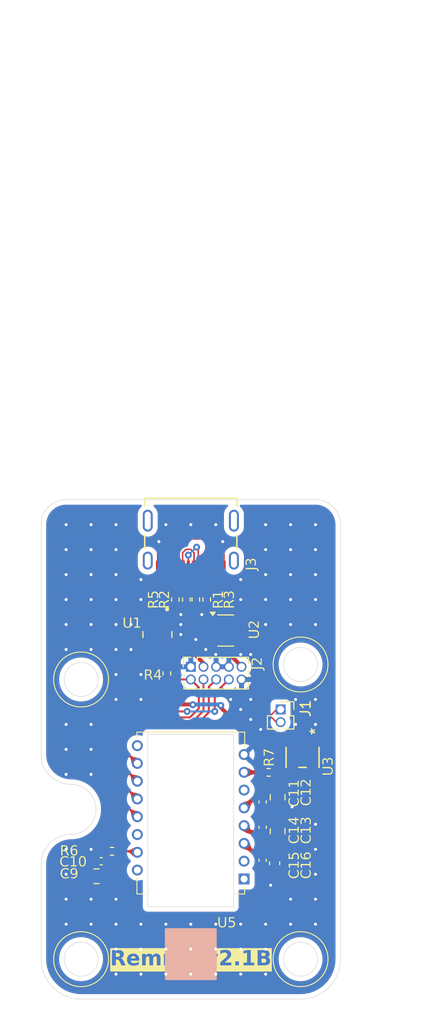
<source format=kicad_pcb>
(kicad_pcb (version 20240108) (generator "pcbnew") (generator_version "8.0")
  (layers (0 "F.Cu" signal "Front") (31 "B.Cu" signal "Back") (34 "B.Paste" user) (35 "F.Paste" user) (36 "B.SilkS" user "B.Silkscreen") (37 "F.SilkS" user "F.Silkscreen") (38 "B.Mask" user) (39 "F.Mask" user) (44 "Edge.Cuts" user))
  (net 0 "")
  (net 1 "GND")
  (net 2 "+1.9V")
  (net 3 "+3.3V")
  (net 4 "Net-(U5-VDDPIX)")
  (net 5 "+5V")
  (net 6 "Net-(J2-Pin_10)")
  (net 7 "Net-(J2-Pin_7)")
  (net 8 "Net-(J2-Pin_8)")
  (net 9 "Net-(J2-Pin_9)")
  (net 10 "Net-(U5-LED_P)")
  (net 11 "Net-(U5-NRESET)")
  (net 19 "Net-(J3-D--PadA7)")
  (net 20 "Net-(J1-Pin_2)")
  (net 21 "Net-(J1-Pin_1)")
  (net 22 "Net-(J3-D+-PadA6)")
  (net 23 "Net-(J3-CC1)")
  (net 24 "Net-(J3-CC2)")
  (net 25 "Net-(R1-Pad1)")
  (net 26 "Net-(R2-Pad1)")
  (footprint "Capacitor_SMD:C_0805_2012Metric" (layer "F.Cu") (at 105.550001 137.7)
    (property "Reference" "C9" (at -2.750001 -0.2 0) (layer "F.SilkS") (effects (font (thickness 0.1))))
    (property "Value" "10u")
    (fp_line (start -0.261253 -0.735) (end 0.261253 -0.735) (stroke (width 0.12)) (layer "F.SilkS"))
    (fp_line (start -0.261253 0.735) (end 0.261253 0.735) (stroke (width 0.12)) (layer "F.SilkS"))
    (pad "1" smd roundrect (at -0.949999 0) (size 1 1.45) (layers "F.Cu" "F.Paste" "F.Mask") (net 1 "GND"))
    (pad "2" smd roundrect (at 0.949999 0) (size 1 1.45) (layers "F.Cu" "F.Paste" "F.Mask") (net 2 "+1.9V"))
  )
  (footprint "Imported_FP:DBV5_TEX" (layer "F.Cu") (at 126.2 125.8 -90)
    (property "Reference" "U3" (at 0.9 -2.6 90) (layer "F.SilkS") (effects (font (thickness 0.1))))
    (property "Value" "TPS73219DBVT")
    (fp_line (start -1.0033 1.651) (end 1.0033 1.651) (stroke (width 0.1524)) (layer "F.SilkS"))
    (fp_line (start 1.0033 0.363261) (end 1.0033 -0.363261) (stroke (width 0.1524)) (layer "F.SilkS"))
    (fp_line (start 1.0033 -1.651) (end -1.0033 -1.651) (stroke (width 0.1524)) (layer "F.SilkS"))
    (fp_text user "*" (at -2.6 -1.3 90) (layer "F.SilkS"))
    (pad "1" smd rect (at -1.36525 -0.950001 270) (size 0.9779 0.508) (layers "F.Cu" "F.Paste" "F.Mask") (net 3 "+3.3V"))
    (pad "2" smd rect (at -1.365251 0 270) (size 0.9779 0.508) (layers "F.Cu" "F.Paste" "F.Mask") (net 1 "GND"))
    (pad "3" smd rect (at -1.36525 0.950001 270) (size 0.9779 0.508) (layers "F.Cu" "F.Paste" "F.Mask") (net 3 "+3.3V"))
    (pad "4" smd rect (at 1.36525 0.950001 270) (size 0.9779 0.508) (layers "F.Cu" "F.Paste" "F.Mask"))
    (pad "5" smd rect (at 1.36525 -0.950001 270) (size 0.9779 0.508) (layers "F.Cu" "F.Paste" "F.Mask") (net 2 "+1.9V"))
  )
  (footprint "Custom_FP:PinSocket_2x05_P1.27mm_Vertical_CW" (layer "F.Cu") (at 115 116.729999 90)
    (property "Reference" "J2" (at 0.329999 6.7 -90) (layer "F.SilkS") (effects (font (thickness 0.1))))
    (property "Value" "Conn_02x05_Counter_Clockwise")
    (fp_line (start 0.95 -0.76) (end 0.949999 0) (stroke (width 0.12)) (layer "F.SilkS"))
    (fp_line (start 0 -0.76) (end 0.95 -0.76) (stroke (width 0.12)) (layer "F.SilkS"))
    (fp_line (start -0.96247 -0.695) (end -0.76 -0.695) (stroke (width 0.12)) (layer "F.SilkS"))
    (fp_line (start -2.22 -0.695) (end -1.57753 -0.695) (stroke (width 0.12)) (layer "F.SilkS"))
    (fp_line (start -2.22 -0.695) (end -2.22 5.775) (stroke (width 0.12)) (layer "F.SilkS"))
    (fp_line (start 0.95 0.635) (end 0.95 5.775) (stroke (width 0.12)) (layer "F.SilkS"))
    (fp_line (start 0.76 0.635) (end 0.95 0.635) (stroke (width 0.12)) (layer "F.SilkS"))
    (fp_line (start 0.30753 5.775) (end 0.95 5.775) (stroke (width 0.12)) (layer "F.SilkS"))
    (fp_line (start -0.96247 5.775) (end -0.30753 5.775) (stroke (width 0.12)) (layer "F.SilkS"))
    (fp_line (start -2.22 5.775) (end -1.57753 5.775) (stroke (width 0.12)) (layer "F.SilkS"))
    (pad "1" thru_hole rect (at 0 0 90) (size 1 1) (drill 0.7) (layers "*.Cu" "*.Mask") (net 1 "GND"))
    (pad "2" thru_hole oval (at 0 1.270001 90) (size 1 1) (drill 0.7) (layers "*.Cu" "*.Mask") (net 3 "+3.3V"))
    (pad "3" thru_hole oval (at 0 2.54 90) (size 1 1) (drill 0.7) (layers "*.Cu" "*.Mask") (net 1 "GND"))
    (pad "4" thru_hole oval (at 0 3.81 90) (size 1 1) (drill 0.7) (layers "*.Cu" "*.Mask") (net 1 "GND"))
    (pad "5" thru_hole oval (at 0 5.079999 90) (size 1 1) (drill 0.7) (layers "*.Cu" "*.Mask") (net 5 "+5V"))
    (pad "6" thru_hole oval (at -1.27 5.08 90) (size 1 1) (drill 0.7) (layers "*.Cu" "*.Mask") (net 1 "GND"))
    (pad "7" thru_hole oval (at -1.27 3.81 90) (size 1 1) (drill 0.7) (layers "*.Cu" "*.Mask") (net 7 "Net-(J2-Pin_7)"))
    (pad "8" thru_hole oval (at -1.27 2.54 90) (size 1 1) (drill 0.7) (layers "*.Cu" "*.Mask") (net 8 "Net-(J2-Pin_8)"))
    (pad "9" thru_hole oval (at -1.27 1.27 90) (size 1 1) (drill 0.7) (layers "*.Cu" "*.Mask") (net 9 "Net-(J2-Pin_9)"))
    (pad "10" thru_hole oval (at -1.270001 0 90) (size 1 1) (drill 0.7) (layers "*.Cu" "*.Mask") (net 6 "Net-(J2-Pin_10)"))
  )
  (footprint "Capacitor_SMD:C_0402_1005Metric" (layer "F.Cu") (at 106.02 136.2 180)
    (property "Reference" "C10" (at 2.82 -0.1 0) (layer "F.SilkS") (effects (font (thickness 0.1))))
    (property "Value" "0.1u")
    (fp_line (start -0.107836 0.36) (end 0.107836 0.36) (stroke (width 0.12)) (layer "F.SilkS"))
    (fp_line (start -0.107836 -0.36) (end 0.107836 -0.36) (stroke (width 0.12)) (layer "F.SilkS"))
    (pad "1" smd roundrect (at -0.48 0 180) (size 0.56 0.62) (layers "F.Cu" "F.Paste" "F.Mask") (net 2 "+1.9V"))
    (pad "2" smd roundrect (at 0.48 0 180) (size 0.56 0.62) (layers "F.Cu" "F.Paste" "F.Mask") (net 1 "GND"))
  )
  (footprint "Resistor_SMD:R_0402_1005Metric_Pad0.72x0.64mm_HandSolder" (layer "F.Cu") (at 116.6 110 90)
    (property "Reference" "R3" (at 0 2.3 90) (layer "F.SilkS") (effects (font (thickness 0.1))))
    (property "Value" "5.1k")
    (fp_line (start -0.167621 -0.380001) (end 0.167621 -0.380001) (stroke (width 0.12)) (layer "F.SilkS"))
    (fp_line (start -0.167621 0.380001) (end 0.167621 0.380001) (stroke (width 0.12)) (layer "F.SilkS"))
    (pad "1" smd roundrect (at -0.5975 0 90) (size 0.715 0.64) (layers "F.Cu" "F.Paste" "F.Mask") (net 1 "GND"))
    (pad "2" smd roundrect (at 0.5975 0 90) (size 0.715 0.64) (layers "F.Cu" "F.Paste" "F.Mask") (net 23 "Net-(J3-CC1)"))
  )
  (footprint "Capacitor_SMD:C_0402_1005Metric" (layer "F.Cu") (at 122.2 136.1 -90)
    (property "Reference" "C15" (at 0.5 -3.2 90) (layer "F.SilkS") (effects (font (thickness 0.1))))
    (property "Value" "0.1u")
    (fp_line (start -0.107836 0.36) (end 0.107836 0.36) (stroke (width 0.12)) (layer "F.SilkS"))
    (fp_line (start -0.107836 -0.36) (end 0.107836 -0.36) (stroke (width 0.12)) (layer "F.SilkS"))
    (pad "1" smd roundrect (at -0.48 0 270) (size 0.56 0.62) (layers "F.Cu" "F.Paste" "F.Mask") (net 4 "Net-(U5-VDDPIX)"))
    (pad "2" smd roundrect (at 0.48 0 270) (size 0.56 0.62) (layers "F.Cu" "F.Paste" "F.Mask") (net 1 "GND"))
  )
  (footprint "Resistor_SMD:R_0402_1005Metric_Pad0.72x0.64mm_HandSolder" (layer "F.Cu") (at 115.5 110 90)
    (property "Reference" "R1" (at 0 2.3 90) (layer "F.SilkS") (effects (font (thickness 0.1))))
    (property "Value" "22")
    (fp_line (start -0.167621 -0.380001) (end 0.167621 -0.380001) (stroke (width 0.12)) (layer "F.SilkS"))
    (fp_line (start -0.167621 0.380001) (end 0.167621 0.380001) (stroke (width 0.12)) (layer "F.SilkS"))
    (pad "1" smd roundrect (at -0.5975 0 90) (size 0.715 0.64) (layers "F.Cu" "F.Paste" "F.Mask") (net 25 "Net-(R1-Pad1)"))
    (pad "2" smd roundrect (at 0.5975 0 90) (size 0.715 0.64) (layers "F.Cu" "F.Paste" "F.Mask") (net 22 "Net-(J3-D+-PadA6)"))
  )
  (footprint "Capacitor_SMD:C_0603_1608Metric" (layer "F.Cu") (at 123.4 136.4 -90)
    (property "Reference" "C16" (at 0.2 -3.2 90) (layer "F.SilkS") (effects (font (thickness 0.1))))
    (property "Value" "4.7u")
    (fp_line (start -0.140581 0.51) (end 0.140581 0.51) (stroke (width 0.12)) (layer "F.SilkS"))
    (fp_line (start -0.140581 -0.51) (end 0.140581 -0.51) (stroke (width 0.12)) (layer "F.SilkS"))
    (pad "1" smd roundrect (at -0.775 0 270) (size 0.9 0.95) (layers "F.Cu" "F.Paste" "F.Mask") (net 4 "Net-(U5-VDDPIX)"))
    (pad "2" smd roundrect (at 0.775 0 270) (size 0.9 0.95) (layers "F.Cu" "F.Paste" "F.Mask") (net 1 "GND"))
  )
  (footprint "Resistor_SMD:R_0402_1005Metric_Pad0.72x0.64mm_HandSolder" (layer "F.Cu") (at 113.45 110 -90)
    (property "Reference" "R5" (at 0 2.15 90) (layer "F.SilkS") (effects (font (thickness 0.1))))
    (property "Value" "5.1k")
    (fp_line (start -0.167621 0.380001) (end 0.167621 0.380001) (stroke (width 0.12)) (layer "F.SilkS"))
    (fp_line (start -0.167621 -0.380001) (end 0.167621 -0.380001) (stroke (width 0.12)) (layer "F.SilkS"))
    (pad "1" smd roundrect (at -0.5975 0 270) (size 0.715 0.64) (layers "F.Cu" "F.Paste" "F.Mask") (net 24 "Net-(J3-CC2)"))
    (pad "2" smd roundrect (at 0.5975 0 270) (size 0.715 0.64) (layers "F.Cu" "F.Paste" "F.Mask") (net 1 "GND"))
  )
  (footprint "Package_TO_SOT_SMD:SOT-23-6" (layer "F.Cu") (at 118.5 113.1)
    (property "Reference" "U2" (at 2.9 -0.1 90) (layer "F.SilkS") (effects (font (thickness 0.1))))
    (property "Value" "USBLC6-2SC6")
    (fp_line (start 0 -1.560001) (end -0.8 -1.56) (stroke (width 0.12)) (layer "F.SilkS"))
    (fp_line (start 0 -1.560001) (end 0.8 -1.56) (stroke (width 0.12)) (layer "F.SilkS"))
    (fp_line (start 0 1.560001) (end -0.8 1.56) (stroke (width 0.12)) (layer "F.SilkS"))
    (fp_line (start 0 1.560001) (end 0.8 1.56) (stroke (width 0.12)) (layer "F.SilkS"))
    (fp_poly (pts (xy -1.3 -1.51) (xy -1.54 -1.84) (xy -1.06 -1.84) (xy -1.3 -1.51)) (stroke (width 0.12)) (fill solid) (layer "F.SilkS"))
    (pad "1" smd roundrect (at -1.1375 -0.949999) (size 1.325 0.6) (layers "F.Cu" "F.Paste" "F.Mask") (net 25 "Net-(R1-Pad1)"))
    (pad "2" smd roundrect (at -1.1375 0) (size 1.325 0.6) (layers "F.Cu" "F.Paste" "F.Mask") (net 1 "GND"))
    (pad "3" smd roundrect (at -1.1375 0.949999) (size 1.325 0.6) (layers "F.Cu" "F.Paste" "F.Mask") (net 26 "Net-(R2-Pad1)"))
    (pad "4" smd roundrect (at 1.1375 0.949999) (size 1.325 0.6) (layers "F.Cu" "F.Paste" "F.Mask") (net 20 "Net-(J1-Pin_2)"))
    (pad "5" smd roundrect (at 1.1375 0) (size 1.325 0.6) (layers "F.Cu" "F.Paste" "F.Mask") (net 5 "+5V"))
    (pad "6" smd roundrect (at 1.1375 -0.949999) (size 1.325 0.6) (layers "F.Cu" "F.Paste" "F.Mask") (net 21 "Net-(J1-Pin_1)"))
  )
  (footprint "Capacitor_SMD:C_0805_2012Metric" (layer "F.Cu") (at 123.7 129.8 -90)
    (property "Reference" "C12" (at -0.5 -2.9 90) (layer "F.SilkS") (effects (font (thickness 0.1))))
    (property "Value" "10u")
    (fp_line (start -0.261253 0.735) (end 0.261253 0.735) (stroke (width 0.12)) (layer "F.SilkS"))
    (fp_line (start -0.261253 -0.735) (end 0.261253 -0.735) (stroke (width 0.12)) (layer "F.SilkS"))
    (pad "1" smd roundrect (at -0.949999 0 270) (size 1 1.45) (layers "F.Cu" "F.Paste" "F.Mask") (net 3 "+3.3V"))
    (pad "2" smd roundrect (at 0.949999 0 270) (size 1 1.45) (layers "F.Cu" "F.Paste" "F.Mask") (net 1 "GND"))
  )
  (footprint "Resistor_SMD:R_0402_1005Metric_Pad0.72x0.64mm_HandSolder" (layer "F.Cu") (at 122.8 127.3 180)
    (property "Reference" "R7" (at -0.1 1.5 90) (layer "F.SilkS") (effects (font (thickness 0.1))))
    (property "Value" "10k")
    (fp_line (start -0.167621 0.380001) (end 0.167621 0.380001) (stroke (width 0.12)) (layer "F.SilkS"))
    (fp_line (start -0.167621 -0.380001) (end 0.167621 -0.380001) (stroke (width 0.12)) (layer "F.SilkS"))
    (pad "1" smd roundrect (at -0.5975 0 180) (size 0.715 0.64) (layers "F.Cu" "F.Paste" "F.Mask") (net 3 "+3.3V"))
    (pad "2" smd roundrect (at 0.5975 0 180) (size 0.715 0.64) (layers "F.Cu" "F.Paste" "F.Mask") (net 11 "Net-(U5-NRESET)"))
  )
  (footprint "Connector_PinSocket_1.27mm:PinSocket_1x02_P1.27mm_Vertical" (layer "F.Cu") (at 124 121)
    (property "Reference" "J1" (at 2.5 -0.1 90) (layer "F.SilkS"))
    (property "Value" "Conn_01x02")
    (fp_line (start -1.33 0.635) (end -1.33 1.965) (stroke (width 0.12)) (layer "F.SilkS"))
    (fp_line (start -1.33 0.635) (end -0.76 0.635) (stroke (width 0.12)) (layer "F.SilkS"))
    (fp_line (start -1.33 1.965) (end -0.30753 1.965) (stroke (width 0.12)) (layer "F.SilkS"))
    (fp_line (start 0 -0.76) (end 1.33 -0.76) (stroke (width 0.12)) (layer "F.SilkS"))
    (fp_line (start 0.30753 1.965) (end 1.33 1.965) (stroke (width 0.12)) (layer "F.SilkS"))
    (fp_line (start 0.76 0.635) (end 1.33 0.635) (stroke (width 0.12)) (layer "F.SilkS"))
    (fp_line (start 1.33 -0.76) (end 1.33 0) (stroke (width 0.12)) (layer "F.SilkS"))
    (fp_line (start 1.33 0.635) (end 1.33 1.965) (stroke (width 0.12)) (layer "F.SilkS"))
    (pad "1" thru_hole rect (at 0 0) (size 1 1) (drill 0.7) (layers "*.Cu" "*.Mask") (net 21 "Net-(J1-Pin_1)"))
    (pad "2" thru_hole oval (at 0 1.270001) (size 1 1) (drill 0.7) (layers "*.Cu" "*.Mask") (net 20 "Net-(J1-Pin_2)"))
  )
  (footprint "Capacitor_SMD:C_0805_2012Metric" (layer "F.Cu") (at 123.7 133.2 90)
    (property "Reference" "C13" (at 0.1 2.9 90) (layer "F.SilkS") (effects (font (thickness 0.1))))
    (property "Value" "10u")
    (fp_line (start -0.261253 -0.735) (end 0.261253 -0.735) (stroke (width 0.12)) (layer "F.SilkS"))
    (fp_line (start -0.261253 0.735) (end 0.261253 0.735) (stroke (width 0.12)) (layer "F.SilkS"))
    (pad "1" smd roundrect (at -0.949999 0 90) (size 1 1.45) (layers "F.Cu" "F.Paste" "F.Mask") (net 2 "+1.9V"))
    (pad "2" smd roundrect (at 0.949999 0 90) (size 1 1.45) (layers "F.Cu" "F.Paste" "F.Mask") (net 1 "GND"))
  )
  (footprint "Capacitor_SMD:C_0402_1005Metric" (layer "F.Cu") (at 122.2 130.27 -90)
    (property "Reference" "C11" (at -0.87 -3.2 90) (layer "F.SilkS") (effects (font (thickness 0.1))))
    (property "Value" "0.1u")
    (fp_line (start -0.107836 0.36) (end 0.107836 0.36) (stroke (width 0.12)) (layer "F.SilkS"))
    (fp_line (start -0.107836 -0.36) (end 0.107836 -0.36) (stroke (width 0.12)) (layer "F.SilkS"))
    (pad "1" smd roundrect (at -0.48 0 270) (size 0.56 0.62) (layers "F.Cu" "F.Paste" "F.Mask") (net 3 "+3.3V"))
    (pad "2" smd roundrect (at 0.48 0 270) (size 0.56 0.62) (layers "F.Cu" "F.Paste" "F.Mask") (net 1 "GND"))
  )
  (footprint "Resistor_SMD:R_0402_1005Metric_Pad0.72x0.64mm_HandSolder" (layer "F.Cu") (at 112.6 117.4 -90)
    (property "Reference" "R4" (at 0.2 1.4 180) (layer "F.SilkS") (effects (font (thickness 0.1))))
    (property "Value" "10k")
    (fp_line (start -0.167621 0.380001) (end 0.167621 0.380001) (stroke (width 0.12)) (layer "F.SilkS"))
    (fp_line (start -0.167621 -0.380001) (end 0.167621 -0.380001) (stroke (width 0.12)) (layer "F.SilkS"))
    (pad "1" smd roundrect (at -0.5975 0 270) (size 0.715 0.64) (layers "F.Cu" "F.Paste" "F.Mask") (net 3 "+3.3V"))
    (pad "2" smd roundrect (at 0.5975 0 270) (size 0.715 0.64) (layers "F.Cu" "F.Paste" "F.Mask") (net 6 "Net-(J2-Pin_10)"))
  )
  (footprint "Custom_FP:PMW3360DM-T2QU" (layer "F.Cu") (at 120.34 137.9725 -90)
    (property "Reference" "U5" (at 4.4275 1.74 0) (layer "F.SilkS") (effects (font (thickness 0.1))))
    (property "Value" "PMW3360DM-T2QU")
    (fp_line (start -14.7 10.74) (end -14.2 10.74) (stroke (width 0.1)) (layer "F.SilkS"))
    (fp_line (start -0.1 10.74) (end 1.5 10.74) (stroke (width 0.1)) (layer "F.SilkS"))
    (fp_line (start 1.5 10.74) (end 1.5 9.84) (stroke (width 0.1)) (layer "F.SilkS"))
    (fp_line (start -14.7 -0.06) (end -14.7 10.74) (stroke (width 0.1)) (layer "F.SilkS"))
    (fp_line (start -13.3 -0.06) (end -14.7 -0.06) (stroke (width 0.1)) (layer "F.SilkS"))
    (fp_line (start 1.5 -0.06) (end 1.5 0.84) (stroke (width 0.1)) (layer "F.SilkS"))
    (fp_line (start 1.5 -0.06) (end 0.8 -0.06) (stroke (width 0.1)) (layer "F.SilkS"))
    (fp_line (start -14.48 9.65) (end 2.78 9.65) (stroke (width 0.05)) (layer "Edge.Cuts"))
    (fp_line (start 2.78 9.65) (end 2.78 1.05) (stroke (width 0.05)) (layer "Edge.Cuts"))
    (fp_line (start -14.48 1.05) (end -14.48 9.65) (stroke (width 0.05)) (layer "Edge.Cuts"))
    (fp_line (start 2.78 1.05) (end -14.48 1.05) (stroke (width 0.05)) (layer "Edge.Cuts"))
    (pad "1" thru_hole rect (at 0 0 270) (size 1.1 1.1) (drill 0.7) (layers "*.Cu" "*.Mask"))
    (pad "2" thru_hole circle (at -1.78 0 270) (size 1.1 1.1) (drill 0.7) (layers "*.Cu" "*.Mask"))
    (pad "3" thru_hole circle (at -3.56 0 270) (size 1.1 1.1) (drill 0.7) (layers "*.Cu" "*.Mask") (net 4 "Net-(U5-VDDPIX)"))
    (pad "4" thru_hole circle (at -5.34 0 270) (size 1.1 1.1) (drill 0.7) (layers "*.Cu" "*.Mask") (net 2 "+1.9V"))
    (pad "5" thru_hole circle (at -7.12 0 270) (size 1.1 1.1) (drill 0.7) (layers "*.Cu" "*.Mask") (net 3 "+3.3V"))
    (pad "6" thru_hole circle (at -8.9 0 270) (size 1.1 1.1) (drill 0.7) (layers "*.Cu" "*.Mask"))
    (pad "7" thru_hole circle (at -10.68 0 270) (size 1.1 1.1) (drill 0.7) (layers "*.Cu" "*.Mask") (net 11 "Net-(U5-NRESET)"))
    (pad "8" thru_hole circle (at -12.46 0 270) (size 1.1 1.1) (drill 0.7) (layers "*.Cu" "*.Mask") (net 1 "GND"))
    (pad "9" thru_hole circle (at -13.35 10.7 270) (size 1.1 1.1) (drill 0.7) (layers "*.Cu" "*.Mask"))
    (pad "10" thru_hole circle (at -11.57 10.7 270) (size 1.1 1.1) (drill 0.7) (layers "*.Cu" "*.Mask") (net 8 "Net-(J2-Pin_8)"))
    (pad "11" thru_hole circle (at -9.79 10.7 270) (size 1.1 1.1) (drill 0.7) (layers "*.Cu" "*.Mask") (net 9 "Net-(J2-Pin_9)"))
    (pad "12" thru_hole circle (at -8.01 10.7 270) (size 1.1 1.1) (drill 0.7) (layers "*.Cu" "*.Mask") (net 6 "Net-(J2-Pin_10)"))
    (pad "13" thru_hole circle (at -6.23 10.7 270) (size 1.1 1.1) (drill 0.7) (layers "*.Cu" "*.Mask") (net 7 "Net-(J2-Pin_7)"))
    (pad "14" thru_hole circle (at -4.45 10.7 270) (size 1.1 1.1) (drill 0.7) (layers "*.Cu" "*.Mask"))
    (pad "15" thru_hole circle (at -2.67 10.7 270) (size 1.1 1.1) (drill 0.7) (layers "*.Cu" "*.Mask") (net 10 "Net-(U5-LED_P)"))
    (pad "16" thru_hole circle (at -0.89 10.7 270) (size 1.1 1.1) (drill 0.7) (layers "*.Cu" "*.Mask"))
  )
  (footprint "Imported_FP:SOT95P280X145-5N" (layer "F.Cu") (at 111.650001 113.505 -90)
    (property "Reference" "U1" (at -1.105 2.550001 180) (layer "F.SilkS") (effects (font (thickness 0.1))))
    (property "Value" "AP2112K-3.3TRG1")
    (fp_line (start -0.3 1.45) (end 0.3 1.45) (stroke (width 0.127)) (layer "F.SilkS"))
    (fp_line (start -0.3 -1.45) (end 0.3 -1.45) (stroke (width 0.127)) (layer "F.SilkS"))
    (fp_circle (center -2.525001 -0.975) (end -2.425 -0.975) (stroke (width 0.2)) (fill none) (layer "F.SilkS"))
    (pad "1" smd roundrect (at -1.255 -0.949999 270) (size 1.21 0.59) (layers "F.Cu" "F.Paste" "F.Mask") (roundrect_rratio 0.125) (net 5 "+5V"))
    (pad "2" smd roundrect (at -1.255 0 270) (size 1.21 0.59) (layers "F.Cu" "F.Paste" "F.Mask") (roundrect_rratio 0.125) (net 1 "GND"))
    (pad "3" smd roundrect (at -1.255 0.949999 270) (size 1.21 0.59) (layers "F.Cu" "F.Paste" "F.Mask") (roundrect_rratio 0.125) (net 5 "+5V"))
    (pad "4" smd roundrect (at 1.255 0.949999 270) (size 1.21 0.59) (layers "F.Cu" "F.Paste" "F.Mask") (roundrect_rratio 0.125))
    (pad "5" smd roundrect (at 1.255 -0.949999 270) (size 1.21 0.59) (layers "F.Cu" "F.Paste" "F.Mask") (roundrect_rratio 0.125) (net 3 "+3.3V"))
  )
  (footprint "Imported_FP:USB-C_16+8_dummy_SMD" (layer "F.Cu") (at 115 103.25 180)
    (property "Reference" "J3" (at -6.1 -3.2 -90) (layer "F.SilkS"))
    (property "Value" "USB_C_Receptacle_USB2.0_14P")
    (fp_line (start 4.62 3.4) (end -4.62 3.4) (stroke (width 0.15)) (layer "F.SilkS"))
    (fp_line (start 4.62 2.57) (end 4.62 3.4) (stroke (width 0.15)) (layer "F.SilkS"))
    (fp_line (start 4.62 -1.63) (end 4.62 -0.27) (stroke (width 0.15)) (layer "F.SilkS"))
    (fp_line (start -4.62 3.4) (end -4.62 2.57) (stroke (width 0.15)) (layer "F.SilkS"))
    (fp_line (start -4.62 -0.27) (end -4.62 -1.63) (stroke (width 0.15)) (layer "F.SilkS"))
    (pad "A1" smd rect (at -3.2 -3.425 180) (size 0.59 1.15) (layers "F.Cu" "F.Paste") (net 1 "GND"))
    (pad "A4" smd rect (at -2.4 -3.425 180) (size 0.59 1.15) (layers "F.Cu" "F.Paste") (net 5 "+5V"))
    (pad "A5" smd rect (at -1.25 -3.425 180) (size 0.298 1.15) (layers "F.Cu" "F.Paste") (net 23 "Net-(J3-CC1)"))
    (pad "A6" smd rect (at -0.25 -3.425 180) (size 0.298 1.15) (layers "F.Cu" "F.Paste") (net 22 "Net-(J3-D+-PadA6)"))
    (pad "A7" smd rect (at 0.25 -3.425 180) (size 0.298 1.15) (layers "F.Cu" "F.Paste") (net 19 "Net-(J3-D--PadA7)"))
    (pad "A8" smd rect (at 1.25 -3.425 180) (size 0.298 1.15) (layers "F.Cu" "F.Paste"))
    (pad "B1" smd rect (at 3.2 -3.425 180) (size 0.59 1.15) (layers "F.Cu" "F.Paste") (net 1 "GND"))
    (pad "B4" smd rect (at 2.4 -3.425 180) (size 0.59 1.15) (layers "F.Cu" "F.Paste") (net 5 "+5V"))
    (pad "B5" smd rect (at 1.75 -3.425 180) (size 0.298 1.15) (layers "F.Cu" "F.Paste") (net 24 "Net-(J3-CC2)"))
    (pad "B6" smd rect (at 0.75 -3.425 180) (size 0.298 1.15) (layers "F.Cu" "F.Paste") (net 22 "Net-(J3-D+-PadA6)"))
    (pad "B7" smd rect (at -0.75 -3.425 180) (size 0.298 1.15) (layers "F.Cu" "F.Paste") (net 19 "Net-(J3-D--PadA7)"))
    (pad "B8" smd rect (at -1.75 -3.425 180) (size 0.298 1.15) (layers "F.Cu" "F.Paste"))
    (pad "SH1" thru_hole oval (at -4.32 1.15 180) (size 1 2.2) (drill oval 0.6 1.8) (layers "*.Cu" "*.Mask"))
    (pad "SH2" thru_hole oval (at 4.32 1.15 180) (size 1 2.2) (drill oval 0.6 1.8) (layers "*.Cu" "*.Mask"))
    (pad "SH3" thru_hole oval (at -4.32 -2.85 180) (size 1 1.8) (drill oval 0.6 1.4) (layers "*.Cu" "*.Mask"))
    (pad "SH4" thru_hole oval (at 4.32 -2.85 180) (size 1 1.8) (drill oval 0.6 1.4) (layers "*.Cu" "*.Mask"))
  )
  (footprint "Resistor_SMD:R_0402_1005Metric_Pad0.72x0.64mm_HandSolder" (layer "F.Cu") (at 107.1 135.2)
    (property "Reference" "R6" (at -4.3 0 180) (layer "F.SilkS") (effects (font (thickness 0.1))))
    (property "Value" "39")
    (fp_line (start -0.167621 -0.380001) (end 0.167621 -0.380001) (stroke (width 0.12)) (layer "F.SilkS"))
    (fp_line (start -0.167621 0.380001) (end 0.167621 0.380001) (stroke (width 0.12)) (layer "F.SilkS"))
    (pad "1" smd roundrect (at -0.5975 0) (size 0.715 0.64) (layers "F.Cu" "F.Paste" "F.Mask") (net 2 "+1.9V"))
    (pad "2" smd roundrect (at 0.5975 0) (size 0.715 0.64) (layers "F.Cu" "F.Paste" "F.Mask") (net 10 "Net-(U5-LED_P)"))
  )
  (footprint "Capacitor_SMD:C_0402_1005Metric" (layer "F.Cu") (at 122.2 132.8 90)
    (property "Reference" "C14" (at -0.3 3.2 90) (layer "F.SilkS") (effects (font (thickness 0.1))))
    (property "Value" "0.1u")
    (fp_line (start -0.107836 -0.36) (end 0.107836 -0.36) (stroke (width 0.12)) (layer "F.SilkS"))
    (fp_line (start -0.107836 0.36) (end 0.107836 0.36) (stroke (width 0.12)) (layer "F.SilkS"))
    (pad "1" smd roundrect (at -0.48 0 90) (size 0.56 0.62) (layers "F.Cu" "F.Paste" "F.Mask") (net 2 "+1.9V"))
    (pad "2" smd roundrect (at 0.48 0 90) (size 0.56 0.62) (layers "F.Cu" "F.Paste" "F.Mask") (net 1 "GND"))
  )
  (footprint "Resistor_SMD:R_0402_1005Metric_Pad0.72x0.64mm_HandSolder" (layer "F.Cu") (at 114.55 110 90)
    (property "Reference" "R2" (at 0 -2.15 90) (layer "F.SilkS") (effects (font (thickness 0.1))))
    (property "Value" "22")
    (fp_line (start -0.167621 -0.380001) (end 0.167621 -0.380001) (stroke (width 0.12)) (layer "F.SilkS"))
    (fp_line (start -0.167621 0.380001) (end 0.167621 0.380001) (stroke (width 0.12)) (layer "F.SilkS"))
    (pad "1" smd roundrect (at -0.5975 0 90) (size 0.715 0.64) (layers "F.Cu" "F.Paste" "F.Mask") (net 26 "Net-(R2-Pad1)"))
    (pad "2" smd roundrect (at 0.5975 0 90) (size 0.715 0.64) (layers "F.Cu" "F.Paste" "F.Mask") (net 19 "Net-(J3-D--PadA7)"))
  )
  (gr_rect (start 112.5 143) (end 117.5 148) (stroke (width 0.2)) (fill solid) (layer "B.SilkS"))
  (gr_circle (center 104 118) (end 106.75 118) (stroke (width 0.1)) (fill none) (layer "F.SilkS"))
  (gr_circle (center 104 146) (end 106.75 146) (stroke (width 0.1)) (fill none) (layer "F.SilkS"))
  (gr_circle (center 126 116.5) (end 128.75 116.5) (stroke (width 0.1)) (fill none) (layer "F.SilkS"))
  (gr_circle (center 126 146) (end 128.75 146) (stroke (width 0.1)) (fill none) (layer "F.SilkS"))
  (gr_line (start 126 150) (end 104 150) (stroke (width 0.05)) (layer "Edge.Cuts"))
  (gr_line (start 100 125.5) (end 100 102.5) (stroke (width 0.05)) (layer "Edge.Cuts"))
  (gr_circle (center 104 118) (end 105.7 118) (stroke (width 0.05)) (fill none) (layer "Edge.Cuts"))
  (gr_arc (start 130 146) (mid 128.828427 148.828427) (end 126 150) (stroke (width 0.05)) (layer "Edge.Cuts"))
  (gr_arc (start 103 128.5) (mid 100.87868 127.62132) (end 100 125.5) (stroke (width 0.05)) (layer "Edge.Cuts"))
  (gr_line (start 100 136.5) (end 100 146) (stroke (width 0.05)) (layer "Edge.Cuts"))
  (gr_arc (start 100 136.5) (mid 100.87868 134.37868) (end 103 133.5) (stroke (width 0.05)) (layer "Edge.Cuts"))
  (gr_line (start 130 102.5) (end 130 146) (stroke (width 0.05)) (layer "Edge.Cuts"))
  (gr_line (start 102.5 100) (end 127.5 100) (stroke (width 0.05)) (layer "Edge.Cuts"))
  (gr_circle (center 126 146) (end 127.7 146) (stroke (width 0.05)) (fill none) (layer "Edge.Cuts"))
  (gr_circle (center 126 116.5) (end 127.7 116.5) (stroke (width 0.05)) (fill none) (layer "Edge.Cuts"))
  (gr_circle (center 104 146) (end 105.7 146) (stroke (width 0.05)) (fill none) (layer "Edge.Cuts"))
  (gr_arc (start 100 102.5) (mid 100.732233 100.732233) (end 102.5 100) (stroke (width 0.05)) (layer "Edge.Cuts"))
  (gr_arc (start 104 150) (mid 101.171573 148.828427) (end 100 146) (stroke (width 0.05)) (layer "Edge.Cuts"))
  (gr_arc (start 127.5 100) (mid 129.267767 100.732233) (end 130 102.5) (stroke (width 0.05)) (layer "Edge.Cuts"))
  (gr_arc (start 103 128.5) (mid 105.5 131) (end 103 133.5) (stroke (width 0.05)) (layer "Edge.Cuts"))
  (gr_text "Remmy v2.1B" (at 115 146 0) (layer "F.SilkS" knockout) (effects (font (size 1.5 1.5) (thickness 0.3) (bold yes))))
  (segment (start 116.6 110.5975) (end 116.6 111) (width 0.2) (layer "F.Cu") (net 1))
  (segment (start 116.6 111) (end 116.1 111.5) (width 0.2) (layer "F.Cu") (net 1))
  (segment (start 117.042341 110.5975) (end 118.275 111.830159) (width 0.2) (layer "F.Cu") (net 1))
  (segment (start 122.2 136.58) (end 122.805 136.58) (width 0.4) (layer "F.Cu") (net 1))
  (segment (start 123.4 138.2) (end 123.4 137.175) (width 1) (layer "F.Cu") (net 1))
  (segment (start 123.7 130.749999) (end 125.149999 130.749999) (width 1) (layer "F.Cu") (net 1))
  (segment (start 123.699999 130.75) (end 123.7 130.749999) (width 0.4) (layer "F.Cu") (net 1))
  (segment (start 123.7 130.749999) (end 123.7 132.250001) (width 1) (layer "F.Cu") (net 1))
  (segment (start 116.6 110.5975) (end 117.042341 110.5975) (width 0.2) (layer "F.Cu") (net 1))
  (segment (start 118.275 111.830159) (end 118.275 112.825) (width 0.2) (layer "F.Cu") (net 1))
  (segment (start 122.2 132.32) (end 123.630001 132.32) (width 0.4) (layer "F.Cu") (net 1))
  (segment (start 111.8 104.2) (end 111.8 106.675) (width 0.4) (layer "F.Cu") (net 1))
  (segment (start 118 113.1) (end 117.3625 113.1) (width 0.2) (layer "F.Cu") (net 1))
  (segment (start 122.805 136.58) (end 123.4 137.175) (width 0.4) (layer "F.Cu") (net 1))
  (segment (start 123 138.6) (end 123.4 138.2) (width 1) (layer "F.Cu") (net 1))
  (segment (start 118.2 104.2) (end 118.2 106.675) (width 0.4) (layer "F.Cu") (net 1))
  (segment (start 122.2 130.75) (end 123.699999 130.75) (width 0.4) (layer "F.Cu") (net 1))
  (segment (start 118.275 112.825) (end 118 113.1) (width 0.2) (layer "F.Cu") (net 1))
  (segment (start 123.630001 132.32) (end 123.7 132.250001) (width 0.4) (layer "F.Cu") (net 1))
  (via (at 112.5 102.5) (size 0.7) (drill 0.3) (layers "F.Cu" "B.Cu") (net 1))
  (via (at 125 102.5) (size 0.7) (drill 0.3) (layers "F.Cu" "B.Cu") (net 1))
  (via (at 122.5 112.5) (size 0.7) (drill 0.3) (layers "F.Cu" "B.Cu") (net 1))
  (via (at 127.5 132.5) (size 0.7) (drill 0.3) (layers "F.Cu" "B.Cu") (net 1))
  (via (at 127.5 105) (size 0.7) (drill 0.3) (layers "F.Cu" "B.Cu") (net 1))
  (via (at 122.5 107.5) (size 0.7) (drill 0.3) (layers "F.Cu" "B.Cu") (net 1))
  (via (at 105 110) (size 0.7) (drill 0.3) (layers "F.Cu" "B.Cu") (net 1))
  (via (at 102.5 142.5) (size 0.7) (drill 0.3) (layers "F.Cu" "B.Cu") (net 1))
  (via (at 107.5 145) (size 0.7) (drill 0.3) (layers "F.Cu" "B.Cu") (net 1))
  (via (at 127.5 107.5) (size 0.7) (drill 0.3) (layers "F.Cu" "B.Cu") (net 1))
  (via (at 102.5 127.5) (size 0.7) (drill 0.3) (layers "F.Cu" "B.Cu") (net 1))
  (via (at 107.5 117.5) (size 0.7) (drill 0.3) (layers "F.Cu" "B.Cu") (net 1))
  (via (at 122.5 142.5) (size 0.7) (drill 0.3) (layers "F.Cu" "B.Cu") (net 1))
  (via (at 125 140) (size 0.7) (drill 0.3) (layers "F.Cu" "B.Cu") (net 1))
  (via (at 112.5 142.5) (size 0.7) (drill 0.3) (layers "F.Cu" "B.Cu") (net 1))
  (via (at 102.5 112.5) (size 0.7) (drill 0.3) (layers "F.Cu" "B.Cu") (net 1))
  (via (at 109 115) (size 0.7) (drill 0.3) (layers "F.Cu" "B.Cu") (net 1))
  (via (at 127.5 122.5) (size 0.7) (drill 0.3) (layers "F.Cu" "B.Cu") (net 1))
  (via (at 117.5 115.5) (size 0.7) (drill 0.3) (layers "F.Cu" "B.Cu") (net 1))
  (via (at 110 120) (size 0.7) (drill 0.3) (layers "F.Cu" "B.Cu") (net 1))
  (via (at 127.5 110) (size 0.7) (drill 0.3) (layers "F.Cu" "B.Cu") (net 1))
  (via (at 127.5 135) (size 0.7) (drill 0.3) (layers "F.Cu" "B.Cu") (net 1))
  (via (at 127.5 102.5) (size 0.7) (drill 0.3) (layers "F.Cu" "B.Cu") (net 1))
  (via (at 122.5 145) (size 0.7) (drill 0.3) (layers "F.Cu" "B.Cu") (net 1))
  (via (at 115 147.5) (size 0.7) (drill 0.3) (layers "F.Cu" "B.Cu") (net 1))
  (via (at 115.5 114) (size 0.7) (drill 0.3) (layers "F.Cu" "B.Cu") (net 1))
  (via (at 102.5 122.5) (size 0.7) (drill 0.3) (layers "F.Cu" "B.Cu") (net 1))
  (via (at 110 142.5) (size 0.7) (drill 0.3) (layers "F.Cu" "B.Cu") (net 1))
  (via (at 121 115.5) (size 0.7) (drill 0.3) (layers "F.Cu" "B.Cu") (net 1))
  (via (at 119 120) (size 0.7) (drill 0.3) (layers "F.Cu" "B.Cu") (net 1))
  (via (at 107.5 115) (size 0.7) (drill 0.3) (layers "F.Cu" "B.Cu") (net 1))
  (via (at 107.5 105) (size 0.7) (drill 0.3) (layers "F.Cu" "B.Cu") (net 1))
  (via (at 112.5 145) (size 0.7) (drill 0.3) (layers "F.Cu" "B.Cu") (net 1))
  (via (at 123 138.6) (size 0.7) (drill 0.3) (layers "F.Cu" "B.Cu") (net 1))
  (via (at 102.5 135) (size 0.7) (drill 0.3) (layers "F.Cu" "B.Cu") (net 1))
  (via (at 125 105) (size 0.7) (drill 0.3) (layers "F.Cu" "B.Cu") (net 1))
  (via (at 122.5 102.5) (size 0.7) (drill 0.3) (layers "F.Cu" "B.Cu") (net 1))
  (via (at 114 111.5) (size 0.7) (drill 0.3) (layers "F.Cu" "B.Cu") (net 1))
  (via (at 117.5 145) (size 0.7) (drill 0.3) (layers "F.Cu" "B.Cu") (net 1))
  (via (at 105 127.5) (size 0.7) (drill 0.3) (layers "F.Cu" "B.Cu") (net 1))
  (via (at 105 112.5) (size 0.7) (drill 0.3) (layers "F.Cu" "B.Cu") (net 1))
  (via (at 125 110) (size 0.7) (drill 0.3) (layers "F.Cu" "B.Cu") (net 1))
  (via (at 105 115) (size 0.7) (drill 0.3) (layers "F.Cu" "B.Cu") (net 1))
  (via (at 110 117.5) (size 0.7) (drill 0.3) (layers "F.Cu" "B.Cu") (net 1))
  (via (at 110 110) (size 0.7) (drill 0.3) (layers "F.Cu" "B.Cu") (net 1))
  (via (at 125.149999 130.749999) (size 0.7) (drill 0.3) (layers "F.Cu" "B.Cu") (net 1))
  (via (at 110 147.5) (size 0.7) (drill 0.3) (layers "F.Cu" "B.Cu") (net 1))
  (via (at 102.5 102.5) (size 0.7) (drill 0.3) (layers "F.Cu" "B.Cu") (net 1))
  (via (at 117.5 142.5) (size 0.7) (drill 0.3) (layers "F.Cu" "B.Cu") (net 1))
  (via (at 121 122) (size 0.7) (drill 0.3) (layers "F.Cu" "B.Cu") (net 1))
  (via (at 105 135) (size 0.7) (drill 0.3) (layers "F.Cu" "B.Cu") (net 1))
  (via (at 122 123) (size 0.7) (drill 0.3) (layers "F.Cu" "B.Cu") (net 1))
  (via (at 120 121) (size 0.7) (drill 0.3) (layers "F.Cu" "B.Cu") (net 1))
  (via (at 120 147.5) (size 0.7) (drill 0.3) (layers "F.Cu" "B.Cu") (net 1))
  (via (at 107.5 140) (size 0.7) (drill 0.3) (layers "F.Cu" "B.Cu") (net 1))
  (via (at 127.5 142.5) (size 0.7) (drill 0.3) (layers "F.Cu" "B.Cu") (net 1))
  (via (at 122.5 110) (size 0.7) (drill 0.3) (layers "F.Cu" "B.Cu") (net 1))
  (via (at 107.5 107.5) (size 0.7) (drill 0.3) (layers "F.Cu" "B.Cu") (net 1))
  (via (at 115 145) (size 0.7) (drill 0.3) (layers "F.Cu" "B.Cu") (net 1))
  (via (at 112.5 147.5) (size 0.7) (drill 0.3) (layers "F.Cu" "B.Cu") (net 1))
  (via (at 107.5 112.5) (size 0.7) (drill 0.3) (layers "F.Cu" "B.Cu") (net 1))
  (via (at 115 102.5) (size 0.7) (drill 0.3) (layers "F.Cu" "B.Cu") (net 1))
  (via (at 118.2 104.2) (size 0.7) (drill 0.3) (layers "F.Cu" "B.Cu") (net 1))
  (via (at 105 102.5) (size 0.7) (drill 0.3) (layers "F.Cu" "B.Cu") (net 1))
  (via (at 102.5 107.5) (size 0.7) (drill 0.3) (layers "F.Cu" "B.Cu") (net 1))
  (via (at 105 125) (size 0.7) (drill 0.3) (layers "F.Cu" "B.Cu") (net 1))
  (via (at 127.5 120) (size 0.7) (drill 0.3) (layers "F.Cu" "B.Cu") (net 1))
  (via (at 105 107.5) (size 0.7) (drill 0.3) (layers "F.Cu" "B.Cu") (net 1))
  (via (at 107.5 120) (size 0.7) (drill 0.3) (layers "F.Cu" "B.Cu") (net 1))
  (via (at 114 113.5) (size 0.7) (drill 0.3) (layers "F.Cu" "B.Cu") (net 1))
  (via (at 120 115.5) (size 0.7) (drill 0.3) (layers "F.Cu" "B.Cu") (net 1))
  (via (at 127.5 140) (size 0.7) (drill 0.3) (layers "F.Cu" "B.Cu") (net 1))
  (via (at 125.5 120) (size 0.7) (drill 0.3) (layers "F.Cu" "B.Cu") (net 1))
  (via (at 120 108) (size 0.7) (drill 0.3) (layers "F.Cu" "B.Cu") (net 1))
  (via (at 105 142.5) (size 0.7) (drill 0.3) (layers "F.Cu" "B.Cu") (net 1))
  (via (at 102.5 137.5) (size 0.7) (drill 0.3) (layers "F.Cu" "B.Cu") (net 1))
  (via (at 102.5 140) (size 0.7) (drill 0.3) (layers "F.Cu" "B.Cu") (net 1))
  (via (at 105 122.5) (size 0.7) (drill 0.3) (layers "F.Cu" "B.Cu") (net 1))
  (via (at 115 142.5) (size 0.7) (drill 0.3) (layers "F.Cu" "B.Cu") (net 1))
  (via (at 125 107.5) (size 0.7) (drill 0.3) (layers "F.Cu" "B.Cu") (net 1))
  (via (at 107.5 142.5) (size 0.7) (drill 0.3) (layers "F.Cu" "B.Cu") (net 1))
  (via (at 117.5 102.5) (size 0.7) (drill 0.3) (layers "F.Cu" "B.Cu") (net 1))
  (via (at 120 110) (size 0.7) (drill 0.3) (layers "F.Cu" "B.Cu") (net 1))
  (via (at 110 108) (size 0.7) (drill 0.3) (layers "F.Cu" "B.Cu") (net 1))
  (via (at 127.5 112.5) (size 0.7) (drill 0.3) (layers "F.Cu" "B.Cu") (net 1))
  (via (at 120 145) (size 0.7) (drill 0.3) (layers "F.Cu" "B.Cu") (net 1))
  (via (at 122.5 105) (size 0.7) (drill 0.3) (layers "F.Cu" "B.Cu") (net 1))
  (via (at 116.1 111.5) (size 0.7) (drill 0.3) (layers "F.Cu" "B.Cu") (net 1))
  (via (at 102.5 125) (size 0.7) (drill 0.3) (layers "F.Cu" "B.Cu") (net 1))
  (via (at 114 112.5) (size 0.7) (drill 0.3) (layers "F.Cu" "B.Cu") (net 1))
  (via (at 107.5 110) (size 0.7) (drill 0.3) (layers "F.Cu" "B.Cu") (net 1))
  (via (at 107.5 147.5) (size 0.7) (drill 0.3) (layers "F.Cu" "B.Cu") (net 1))
  (via (at 110 145) (size 0.7) (drill 0.3) (layers "F.Cu" "B.Cu") (net 1))
  (via (at 127.5 137.5) (size 0.7) (drill 0.3) (layers "F.Cu" "B.Cu") (net 1))
  (via (at 125.5 122.5) (size 0.7) (drill 0.3) (layers "F.Cu" "B.Cu") (net 1))
  (via (at 121 120) (size 0.7) (drill 0.3) (layers "F.Cu" "B.Cu") (net 1))
  (via (at 120 142.5) (size 0.7) (drill 0.3) (layers "F.Cu" "B.Cu") (net 1))
  (via (at 105 140) (size 0.7) (drill 0.3) (layers "F.Cu" "B.Cu") (net 1))
  (via (at 102.5 115) (size 0.7) (drill 0.3) (layers "F.Cu" "B.Cu") (net 1))
  (via (at 102.5 110) (size 0.7) (drill 0.3) (layers "F.Cu" "B.Cu") (net 1))
  (via (at 122.5 147.5) (size 0.7) (drill 0.3) (layers "F.Cu" "B.Cu") (net 1))
  (via (at 107.5 102.5) (size 0.7) (drill 0.3) (layers "F.Cu" "B.Cu") (net 1))
  (via (at 109 112.5) (size 0.7) (drill 0.3) (layers "F.Cu" "B.Cu") (net 1))
  (via (at 125 112.5) (size 0.7) (drill 0.3) (layers "F.Cu" "B.Cu") (net 1))
  (via (at 117.5 147.5) (size 0.7) (drill 0.3) (layers "F.Cu" "B.Cu") (net 1))
  (via (at 105 105) (size 0.7) (drill 0.3) (layers "F.Cu" "B.Cu") (net 1))
  (via (at 102.5 105) (size 0.7) (drill 0.3) (layers "F.Cu" "B.Cu") (net 1))
  (via (at 111.8 104.2) (size 0.7) (drill 0.3) (layers "F.Cu" "B.Cu") (net 1))
  (via (at 116.5 115) (size 0.7) (drill 0.3) (layers "F.Cu" "B.Cu") (net 1))
  (via (at 125 142.5) (size 0.7) (drill 0.3) (layers "F.Cu" "B.Cu") (net 1))
  (segment (start 127.150001 127.16525) (end 127.150001 130.699998) (width 0.4) (layer "F.Cu") (net 2))
  (segment (start 123.7 134.149999) (end 124.4 134.849999) (width 0.4) (layer "F.Cu") (net 2))
  (segment (start 123.7 134.149999) (end 123.069999 134.149999) (width 0.4) (layer "F.Cu") (net 2))
  (segment (start 124.4 138.6) (end 121.5475 141.4525) (width 0.4) (layer "F.Cu") (net 2))
  (segment (start 124.4 134.849999) (end 124.4 138.6) (width 0.4) (layer "F.Cu") (net 2))
  (segment (start 127.150001 130.699998) (end 123.7 134.149999) (width 0.4) (layer "F.Cu") (net 2))
  (segment (start 123.069999 134.149999) (end 122.2 133.28) (width 0.4) (layer "F.Cu") (net 2))
  (segment (start 106.5025 136.1825) (end 106.52 136.2) (width 0.2) (layer "F.Cu") (net 2))
  (segment (start 120.9875 133.28) (end 120.34 132.6325) (width 0.4) (layer "F.Cu") (net 2))
  (segment (start 106.52 137.68) (end 106.5 137.7) (width 0.2) (layer "F.Cu") (net 2))
  (segment (start 121.5475 141.4525) (end 110.2525 141.4525) (width 0.4) (layer "F.Cu") (net 2))
  (segment (start 106.5025 135.2) (end 106.5025 136.1825) (width 0.2) (layer "F.Cu") (net 2))
  (segment (start 122.2 133.28) (end 120.9875 133.28) (width 0.4) (layer "F.Cu") (net 2))
  (segment (start 106.52 136.2) (end 106.52 137.68) (width 0.2) (layer "F.Cu") (net 2))
  (segment (start 110.2525 141.4525) (end 106.5 137.7) (width 0.4) (layer "F.Cu") (net 2))
  (segment (start 119.8425 122.6425) (end 118.001042 120.801042) (width 0.4) (layer "F.Cu") (net 3))
  (segment (start 116.270001 116.729999) (end 116.270001 116.370001) (width 0.4) (layer "F.Cu") (net 3))
  (segment (start 125.722301 125.4) (end 126.7 125.4) (width 0.4) (layer "F.Cu") (net 3))
  (segment (start 113.5 120.5) (end 115.174265 120.5) (width 0.4) (layer "F.Cu") (net 3))
  (segment (start 123.7 128.850001) (end 123.139999 128.850001) (width 0.4) (layer "F.Cu") (net 3))
  (segment (start 116.270001 116.370001) (end 114.66 114.76) (width 0.4) (layer "F.Cu") (net 3))
  (segment (start 115.174265 120.5) (end 115.2 120.525735) (width 0.4) (layer "F.Cu") (net 3))
  (segment (start 111.5 117.4) (end 111.5 118.5) (width 0.4) (layer "F.Cu") (net 3))
  (segment (start 123.3975 127.3) (end 123.3975 128.547501) (width 0.4) (layer "F.Cu") (net 3))
  (segment (start 114.66 114.76) (end 112.6 114.76) (width 0.4) (layer "F.Cu") (net 3))
  (segment (start 125.249999 124.927698) (end 125.722301 125.4) (width 0.4) (layer "F.Cu") (net 3))
  (segment (start 119.8425 122.6425) (end 121.63475 124.43475) (width 0.4) (layer "F.Cu") (net 3))
  (segment (start 122.2 129.79) (end 121.4025 129.79) (width 0.4) (layer "F.Cu") (net 3))
  (segment (start 125.249999 124.43475) (end 125.249999 124.927698) (width 0.4) (layer "F.Cu") (net 3))
  (segment (start 121.4025 129.79) (end 120.34 130.8525) (width 0.4) (layer "F.Cu") (net 3))
  (segment (start 112.6 114.76) (end 112.6 116.8025) (width 0.4) (layer "F.Cu") (net 3))
  (segment (start 127.150001 124.949999) (end 127.150001 124.43475) (width 0.4) (layer "F.Cu") (net 3))
  (segment (start 123.4 124.43475) (end 125.249999 124.43475) (width 0.4) (layer "F.Cu") (net 3))
  (segment (start 111.5 118.5) (end 113.5 120.5) (width 0.4) (layer "F.Cu") (net 3))
  (segment (start 126.7 125.4) (end 127.150001 124.949999) (width 0.4) (layer "F.Cu") (net 3))
  (segment (start 118.001042 120.801042) (end 118.001042 120.598958) (width 0.4) (layer "F.Cu") (net 3))
  (segment (start 123.139999 128.850001) (end 122.2 129.79) (width 0.4) (layer "F.Cu") (net 3))
  (segment (start 123.3975 127.3) (end 123.3975 124.43725) (width 0.4) (layer "F.Cu") (net 3))
  (segment (start 123.3975 124.43725) (end 123.4 124.43475) (width 0.4) (layer "F.Cu") (net 3))
  (segment (start 123.3975 128.547501) (end 123.7 128.850001) (width 0.4) (layer "F.Cu") (net 3))
  (segment (start 112.6 116.8025) (end 112.0975 116.8025) (width 0.4) (layer "F.Cu") (net 3))
  (segment (start 112.0975 116.8025) (end 111.5 117.4) (width 0.4) (layer "F.Cu") (net 3))
  (segment (start 121.63475 124.43475) (end 123.4 124.43475) (width 0.4) (layer "F.Cu") (net 3))
  (via (at 118.001042 120.598958) (size 0.7) (drill 0.3) (layers "F.Cu" "B.Cu") (net 3))
  (via (at 115.2 120.525735) (size 0.7) (drill 0.3) (layers "F.Cu" "B.Cu") (net 3))
  (segment (start 117.902084 120.5) (end 115.225735 120.5) (width 0.4) (layer "B.Cu") (net 3))
  (segment (start 118.001042 120.598958) (end 117.902084 120.5) (width 0.4) (layer "B.Cu") (net 3))
  (segment (start 115.225735 120.5) (end 115.2 120.525735) (width 0.4) (layer "B.Cu") (net 3))
  (segment (start 122.2 135.62) (end 121.5475 135.62) (width 0.4) (layer "F.Cu") (net 4))
  (segment (start 122.2 135.62) (end 123.395 135.62) (width 0.4) (layer "F.Cu") (net 4))
  (segment (start 121.5475 135.62) (end 120.34 134.4125) (width 0.4) (layer "F.Cu") (net 4))
  (segment (start 123.395 135.62) (end 123.4 135.625) (width 0.4) (layer "F.Cu") (net 4))
  (segment (start 117.4 105) (end 117.4 106.675) (width 0.4) (layer "F.Cu") (net 5))
  (segment (start 113.8 103.8) (end 116.2 103.8) (width 0.4) (layer "F.Cu") (net 5))
  (segment (start 118.725 111.625) (end 117.4 110.3) (width 0.2) (layer "F.Cu") (net 5))
  (segment (start 111.345002 111) (end 112.6 111) (width 0.2) (layer "F.Cu") (net 5))
  (segment (start 120.079999 116.679999) (end 118.5 115.1) (width 0.4) (layer "F.Cu") (net 5))
  (segment (start 112.6 106.675) (end 112.6 111) (width 0.4) (layer "F.Cu") (net 5))
  (segment (start 110.700002 111.645) (end 111.345002 111) (width 0.2) (layer "F.Cu") (net 5))
  (segment (start 112.6 105) (end 113.8 103.8) (width 0.4) (layer "F.Cu") (net 5))
  (segment (start 119 113.1) (end 118.725 112.825) (width 0.2) (layer "F.Cu") (net 5))
  (segment (start 117.4 110.3) (end 117.4 106.675) (width 0.2) (layer "F.Cu") (net 5))
  (segment (start 116.2 103.8) (end 117.4 105) (width 0.4) (layer "F.Cu") (net 5))
  (segment (start 119.6375 113.1) (end 119 113.1) (width 0.2) (layer "F.Cu") (net 5))
  (segment (start 120.079999 116.729999) (end 120.079999 116.679999) (width 0.4) (layer "F.Cu") (net 5))
  (segment (start 118.975001 113.1) (end 119.6375 113.1) (width 0.4) (layer "F.Cu") (net 5))
  (segment (start 118.5 115.1) (end 118.5 113.575001) (width 0.4) (layer "F.Cu") (net 5))
  (segment (start 110.700002 112.25) (end 110.700002 111.645) (width 0.2) (layer "F.Cu") (net 5))
  (segment (start 118.5 113.575001) (end 118.975001 113.1) (width 0.4) (layer "F.Cu") (net 5))
  (segment (start 118.725 112.825) (end 118.725 111.625) (width 0.2) (layer "F.Cu") (net 5))
  (segment (start 112.6 106.675) (end 112.6 105) (width 0.4) (layer "F.Cu") (net 5))
  (segment (start 112.6 111) (end 112.6 112.25) (width 0.4) (layer "F.Cu") (net 5))
  (segment (start 114.9 121.8) (end 115.8 120.9) (width 0.2) (layer "F.Cu") (net 6))
  (segment (start 107.5 127.8225) (end 107.5 123.7) (width 0.2) (layer "F.Cu") (net 6))
  (segment (start 114.9975 117.9975) (end 115 118) (width 0.2) (layer "F.Cu") (net 6))
  (segment (start 107.5 123.7) (end 109.4 121.8) (width 0.2) (layer "F.Cu") (net 6))
  (segment (start 109.64 129.9625) (end 107.5 127.8225) (width 0.2) (layer "F.Cu") (net 6))
  (segment (start 112.6 117.9975) (end 114.9975 117.9975) (width 0.2) (layer "F.Cu") (net 6))
  (segment (start 115.8 120.9) (end 115.8 118.8) (width 0.2) (layer "F.Cu") (net 6))
  (segment (start 115.8 118.8) (end 115 118) (width 0.2) (layer "F.Cu") (net 6))
  (segment (start 109.4 121.8) (end 114.9 121.8) (width 0.2) (layer "F.Cu") (net 6))
  (segment (start 114.625735 121.2) (end 109.3 121.2) (width 0.2) (layer "F.Cu") (net 7))
  (segment (start 117.4 119.409999) (end 118.81 117.999999) (width 0.2) (layer "F.Cu") (net 7))
  (segment (start 107 123.5) (end 107 129.1) (width 0.2) (layer "F.Cu") (net 7))
  (segment (start 109.64 131.74) (end 109.64 131.7425) (width 0.2) (layer "F.Cu") (net 7))
  (segment (start 107 129.1) (end 109.64 131.74) (width 0.2) (layer "F.Cu") (net 7))
  (segment (start 109.3 121.2) (end 107 123.5) (width 0.2) (layer "F.Cu") (net 7))
  (segment (start 117.4 121.2) (end 117.4 119.409999) (width 0.2) (layer "F.Cu") (net 7))
  (via (at 114.625735 121.2) (size 0.7) (drill 0.3) (layers "F.Cu" "B.Cu") (net 7))
  (via (at 117.4 121.2) (size 0.7) (drill 0.3) (layers "F.Cu" "B.Cu") (net 7))
  (segment (start 117.4 121.2) (end 114.625735 121.2) (width 0.2) (layer "B.Cu") (net 7))
  (segment (start 115.3 122.8) (end 116.8 121.3) (width 0.2) (layer "F.Cu") (net 8))
  (segment (start 109.8 122.8) (end 115.3 122.8) (width 0.2) (layer "F.Cu") (net 8))
  (segment (start 109.64 126.4025) (end 108.5 125.2625) (width 0.2) (layer "F.Cu") (net 8))
  (segment (start 116.8 121.3) (end 116.8 118.739999) (width 0.2) (layer "F.Cu") (net 8))
  (segment (start 108.5 125.2625) (end 108.5 124.1) (width 0.2) (layer "F.Cu") (net 8))
  (segment (start 116.8 118.739999) (end 117.54 117.999999) (width 0.2) (layer "F.Cu") (net 8))
  (segment (start 108.5 124.1) (end 109.8 122.8) (width 0.2) (layer "F.Cu") (net 8))
  (segment (start 115.1 122.3) (end 116.27 121.13) (width 0.2) (layer "F.Cu") (net 9))
  (segment (start 109.64 128.1825) (end 108 126.5425) (width 0.2) (layer "F.Cu") (net 9))
  (segment (start 116.27 121.13) (end 116.27 117.999999) (width 0.2) (layer "F.Cu") (net 9))
  (segment (start 108 123.9) (end 109.6 122.3) (width 0.2) (layer "F.Cu") (net 9))
  (segment (start 109.6 122.3) (end 115.1 122.3) (width 0.2) (layer "F.Cu") (net 9))
  (segment (start 108 126.5425) (end 108 123.9) (width 0.2) (layer "F.Cu") (net 9))
  (segment (start 109.587501 135.25) (end 109.64 135.302499) (width 0.4) (layer "F.Cu") (net 10))
  (segment (start 107.6975 135.2) (end 109.5375 135.2) (width 0.2) (layer "F.Cu") (net 10))
  (segment (start 109.5375 135.2) (end 109.64 135.3025) (width 0.2) (layer "F.Cu") (net 10))
  (segment (start 120.347499 127.3) (end 120.34 127.292501) (width 0.4) (layer "F.Cu") (net 11))
  (segment (start 122.2025 127.3) (end 120.347499 127.3) (width 0.4) (layer "F.Cu") (net 11))
  (segment (start 114.55 109.4025) (end 114.85 109.1025) (width 0.15) (layer "F.Cu") (net 19))
  (segment (start 115.75 106.675) (end 115.75 104.923653) (width 0.15) (layer "F.Cu") (net 19))
  (segment (start 115.75 104.923653) (end 115.579424 104.753077) (width 0.15) (layer "F.Cu") (net 19))
  (segment (start 114.85 109.1025) (end 114.85 106.775) (width 0.15) (layer "F.Cu") (net 19))
  (segment (start 114.75 105.55) (end 114.75 106.675) (width 0.15) (layer "F.Cu") (net 19))
  (segment (start 114.85 106.775) (end 114.75 106.675) (width 0.15) (layer "F.Cu") (net 19))
  (via (at 115.579424 104.753077) (size 0.7) (drill 0.3) (layers "F.Cu" "B.Cu") (net 19))
  (via (at 114.75 105.55) (size 0.7) (drill 0.3) (layers "F.Cu" "B.Cu") (net 19))
  (segment (start 115.579424 104.753077) (end 115.546923 104.753077) (width 0.15) (layer "B.Cu") (net 19))
  (segment (start 115.546923 104.753077) (end 114.75 105.55) (width 0.15) (layer "B.Cu") (net 19))
  (segment (start 121.775736 113.4) (end 122 113.624264) (width 0.15) (layer "F.Cu") (net 20))
  (segment (start 122 121.42929) (end 122.37071 121.8) (width 0.15) (layer "F.Cu") (net 20))
  (segment (start 122.37071 121.8) (end 123.1 121.8) (width 0.15) (layer "F.Cu") (net 20))
  (segment (start 121.3 113.4) (end 121.775736 113.4) (width 0.15) (layer "F.Cu") (net 20))
  (segment (start 120.650001 114.049999) (end 121.3 113.4) (width 0.15) (layer "F.Cu") (net 20))
  (segment (start 119.6375 114.049999) (end 120.650001 114.049999) (width 0.15) (layer "F.Cu") (net 20))
  (segment (start 123.1 121.8) (end 123.570001 122.270001) (width 0.15) (layer "F.Cu") (net 20))
  (segment (start 122 113.624264) (end 122 121.42929) (width 0.15) (layer "F.Cu") (net 20))
  (segment (start 123.570001 122.270001) (end 124 122.270001) (width 0.15) (layer "F.Cu") (net 20))
  (segment (start 122.494974 121.5) (end 123.1 121.5) (width 0.15) (layer "F.Cu") (net 21))
  (segment (start 123.1 121.5) (end 123.6 121) (width 0.15) (layer "F.Cu") (net 21))
  (segment (start 122.3 113.5) (end 122.3 121.305026) (width 0.15) (layer "F.Cu") (net 21))
  (segment (start 119.6375 112.150001) (end 120.950001 112.150001) (width 0.15) (layer "F.Cu") (net 21))
  (segment (start 123.6 121) (end 124 121) (width 0.15) (layer "F.Cu") (net 21))
  (segment (start 122.3 121.305026) (end 122.494974 121.5) (width 0.15) (layer "F.Cu") (net 21))
  (segment (start 120.950001 112.150001) (end 122.3 113.5) (width 0.15) (layer "F.Cu") (net 21))
  (segment (start 115.15 106.775) (end 115.15 109.0525) (width 0.15) (layer "F.Cu") (net 22))
  (segment (start 115.25 106.675) (end 115.15 106.775) (width 0.15) (layer "F.Cu") (net 22))
  (segment (start 115.325 106.6) (end 115.25 106.675) (width 0.15) (layer "F.Cu") (net 22))
  (segment (start 115.15 109.0525) (end 115.5 109.4025) (width 0.15) (layer "F.Cu") (net 22))
  (segment (start 114.175 106.6) (end 114.175 105.311827) (width 0.15) (layer "F.Cu") (net 22))
  (segment (start 114.988173 104.975) (end 115.325 105.311827) (width 0.15) (layer "F.Cu") (net 22))
  (segment (start 114.25 106.675) (end 114.175 106.6) (width 0.15) (layer "F.Cu") (net 22))
  (segment (start 114.511827 104.975) (end 114.988173 104.975) (width 0.15) (layer "F.Cu") (net 22))
  (segment (start 114.175 105.311827) (end 114.511827 104.975) (width 0.15) (layer "F.Cu") (net 22))
  (segment (start 115.325 105.311827) (end 115.325 106.6) (width 0.15) (layer "F.Cu") (net 22))
  (segment (start 116.6 108) (end 116.25 107.65) (width 0.2) (layer "F.Cu") (net 23))
  (segment (start 116.6 109.4025) (end 116.6 108) (width 0.2) (layer "F.Cu") (net 23))
  (segment (start 116.25 107.65) (end 116.25 106.675) (width 0.2) (layer "F.Cu") (net 23))
  (segment (start 113.5 107.9) (end 113.5 109.3525) (width 0.2) (layer "F.Cu") (net 24))
  (segment (start 113.5 109.3525) (end 113.45 109.4025) (width 0.2) (layer "F.Cu") (net 24))
  (segment (start 113.25 107.65) (end 113.5 107.9) (width 0.2) (layer "F.Cu") (net 24))
  (segment (start 113.25 106.675) (end 113.25 107.65) (width 0.2) (layer "F.Cu") (net 24))
  (segment (start 116.849999 112.150001) (end 117.3625 112.150001) (width 0.15) (layer "F.Cu") (net 25))
  (segment (start 115.5 110.6) (end 115.2 110.9) (width 0.15) (layer "F.Cu") (net 25))
  (segment (start 115.2 110.9) (end 115.2 112.775736) (width 0.15) (layer "F.Cu") (net 25))
  (segment (start 115.5 110.5975) (end 115.5 110.6) (width 0.15) (layer "F.Cu") (net 25))
  (segment (start 115.5 110.5975) (end 115.5 110.795) (width 0.15) (layer "F.Cu") (net 25))
  (segment (start 115.424264 113) (end 116 113) (width 0.15) (layer "F.Cu") (net 25))
  (segment (start 115.2 112.775736) (end 115.424264 113) (width 0.15) (layer "F.Cu") (net 25))
  (segment (start 116 113) (end 116.849999 112.150001) (width 0.15) (layer "F.Cu") (net 25))
  (segment (start 114.55 110.5975) (end 114.55 110.795) (width 0.15) (layer "F.Cu") (net 26))
  (segment (start 114.5975 110.5975) (end 114.9 110.9) (width 0.15) (layer "F.Cu") (net 26))
  (segment (start 114.9 112.9) (end 115.3 113.3) (width 0.15) (layer "F.Cu") (net 26))
  (segment (start 116.749999 114.049999) (end 117.3625 114.049999) (width 0.15) (layer "F.Cu") (net 26))
  (segment (start 114.9 110.9) (end 114.9 112.9) (width 0.15) (layer "F.Cu") (net 26))
  (segment (start 115.3 113.3) (end 116 113.3) (width 0.15) (layer "F.Cu") (net 26))
  (segment (start 114.55 110.5975) (end 114.5975 110.5975) (width 0.15) (layer "F.Cu") (net 26))
  (segment (start 116 113.3) (end 116.749999 114.049999) (width 0.15) (layer "F.Cu") (net 26))
  (zone (net 0) (net_name "") (layer "F.Cu") (name "remove_island") (connect_pads (clearance 0)) (min_thickness 0.25)
    (keepout (tracks allowed) (vias allowed) (pads allowed) (copperpour not_allowed) (footprints allowed))
    (fill (thermal_gap 0.5) (thermal_bridge_width 0.5))
    (polygon (pts (xy 119.5 124.8) (xy 119.5 141.1) (xy 122 141.1) (xy 124.6 138.6) (xy 124.8 132.7) (xy 127 130.6) (xy 126.9 125.7) (xy 124.1 124.9)))
  )
  (zone (net 1) (net_name "GND") (layers "F&B.Cu") (connect_pads (clearance 0.5)) (min_thickness 0.25) (fill yes (thermal_gap 0.5) (thermal_bridge_width 0.5))
    (polygon (pts (xy 97.5 97.5) (xy 132.5 97.5) (xy 132.5 152.5) (xy 97.5 152.5)))
  )
  (zone (net 0) (net_name "") (layers "F.Cu" "Edge.Cuts") (connect_pads (clearance 0)) (min_thickness 0.25)
    (keepout (tracks allowed) (vias allowed) (pads allowed) (copperpour not_allowed) (footprints allowed))
    (fill (thermal_gap 0.5) (thermal_bridge_width 0.5))
    (polygon (pts (xy 112.8 115) (xy 112.8 118) (xy 115.1 118) (xy 115 115)))
  )
)
</source>
